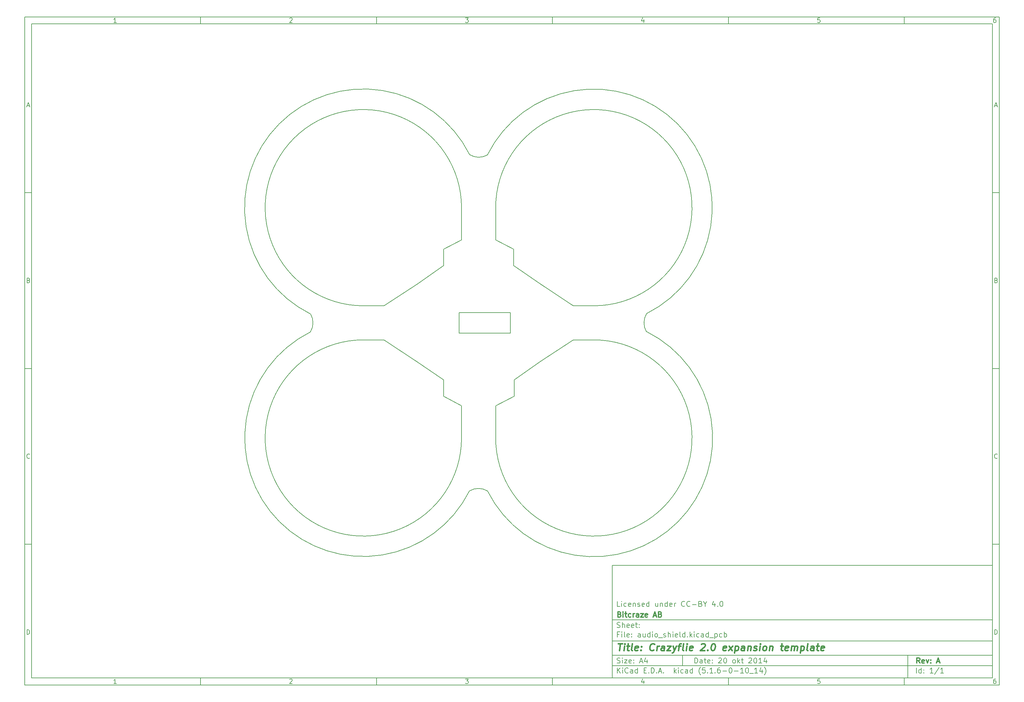
<source format=gm1>
%TF.GenerationSoftware,KiCad,Pcbnew,(5.1.6-0-10_14)*%
%TF.CreationDate,2020-07-21T12:28:25+02:00*%
%TF.ProjectId,audio_shield,61756469-6f5f-4736-9869-656c642e6b69,A*%
%TF.SameCoordinates,Original*%
%TF.FileFunction,Profile,NP*%
%FSLAX46Y46*%
G04 Gerber Fmt 4.6, Leading zero omitted, Abs format (unit mm)*
G04 Created by KiCad (PCBNEW (5.1.6-0-10_14)) date 2020-07-21 12:28:25*
%MOMM*%
%LPD*%
G01*
G04 APERTURE LIST*
%ADD10C,0.150000*%
%ADD11C,0.300000*%
%ADD12C,0.400000*%
%TA.AperFunction,Profile*%
%ADD13C,0.150000*%
%TD*%
G04 APERTURE END LIST*
D10*
X177002200Y-166007200D02*
X177002200Y-198007200D01*
X285002200Y-198007200D01*
X285002200Y-166007200D01*
X177002200Y-166007200D01*
X10000000Y-10000000D02*
X10000000Y-200007200D01*
X287002200Y-200007200D01*
X287002200Y-10000000D01*
X10000000Y-10000000D01*
X12000000Y-12000000D02*
X12000000Y-198007200D01*
X285002200Y-198007200D01*
X285002200Y-12000000D01*
X12000000Y-12000000D01*
X60000000Y-12000000D02*
X60000000Y-10000000D01*
X110000000Y-12000000D02*
X110000000Y-10000000D01*
X160000000Y-12000000D02*
X160000000Y-10000000D01*
X210000000Y-12000000D02*
X210000000Y-10000000D01*
X260000000Y-12000000D02*
X260000000Y-10000000D01*
X36065476Y-11588095D02*
X35322619Y-11588095D01*
X35694047Y-11588095D02*
X35694047Y-10288095D01*
X35570238Y-10473809D01*
X35446428Y-10597619D01*
X35322619Y-10659523D01*
X85322619Y-10411904D02*
X85384523Y-10350000D01*
X85508333Y-10288095D01*
X85817857Y-10288095D01*
X85941666Y-10350000D01*
X86003571Y-10411904D01*
X86065476Y-10535714D01*
X86065476Y-10659523D01*
X86003571Y-10845238D01*
X85260714Y-11588095D01*
X86065476Y-11588095D01*
X135260714Y-10288095D02*
X136065476Y-10288095D01*
X135632142Y-10783333D01*
X135817857Y-10783333D01*
X135941666Y-10845238D01*
X136003571Y-10907142D01*
X136065476Y-11030952D01*
X136065476Y-11340476D01*
X136003571Y-11464285D01*
X135941666Y-11526190D01*
X135817857Y-11588095D01*
X135446428Y-11588095D01*
X135322619Y-11526190D01*
X135260714Y-11464285D01*
X185941666Y-10721428D02*
X185941666Y-11588095D01*
X185632142Y-10226190D02*
X185322619Y-11154761D01*
X186127380Y-11154761D01*
X236003571Y-10288095D02*
X235384523Y-10288095D01*
X235322619Y-10907142D01*
X235384523Y-10845238D01*
X235508333Y-10783333D01*
X235817857Y-10783333D01*
X235941666Y-10845238D01*
X236003571Y-10907142D01*
X236065476Y-11030952D01*
X236065476Y-11340476D01*
X236003571Y-11464285D01*
X235941666Y-11526190D01*
X235817857Y-11588095D01*
X235508333Y-11588095D01*
X235384523Y-11526190D01*
X235322619Y-11464285D01*
X285941666Y-10288095D02*
X285694047Y-10288095D01*
X285570238Y-10350000D01*
X285508333Y-10411904D01*
X285384523Y-10597619D01*
X285322619Y-10845238D01*
X285322619Y-11340476D01*
X285384523Y-11464285D01*
X285446428Y-11526190D01*
X285570238Y-11588095D01*
X285817857Y-11588095D01*
X285941666Y-11526190D01*
X286003571Y-11464285D01*
X286065476Y-11340476D01*
X286065476Y-11030952D01*
X286003571Y-10907142D01*
X285941666Y-10845238D01*
X285817857Y-10783333D01*
X285570238Y-10783333D01*
X285446428Y-10845238D01*
X285384523Y-10907142D01*
X285322619Y-11030952D01*
X60000000Y-198007200D02*
X60000000Y-200007200D01*
X110000000Y-198007200D02*
X110000000Y-200007200D01*
X160000000Y-198007200D02*
X160000000Y-200007200D01*
X210000000Y-198007200D02*
X210000000Y-200007200D01*
X260000000Y-198007200D02*
X260000000Y-200007200D01*
X36065476Y-199595295D02*
X35322619Y-199595295D01*
X35694047Y-199595295D02*
X35694047Y-198295295D01*
X35570238Y-198481009D01*
X35446428Y-198604819D01*
X35322619Y-198666723D01*
X85322619Y-198419104D02*
X85384523Y-198357200D01*
X85508333Y-198295295D01*
X85817857Y-198295295D01*
X85941666Y-198357200D01*
X86003571Y-198419104D01*
X86065476Y-198542914D01*
X86065476Y-198666723D01*
X86003571Y-198852438D01*
X85260714Y-199595295D01*
X86065476Y-199595295D01*
X135260714Y-198295295D02*
X136065476Y-198295295D01*
X135632142Y-198790533D01*
X135817857Y-198790533D01*
X135941666Y-198852438D01*
X136003571Y-198914342D01*
X136065476Y-199038152D01*
X136065476Y-199347676D01*
X136003571Y-199471485D01*
X135941666Y-199533390D01*
X135817857Y-199595295D01*
X135446428Y-199595295D01*
X135322619Y-199533390D01*
X135260714Y-199471485D01*
X185941666Y-198728628D02*
X185941666Y-199595295D01*
X185632142Y-198233390D02*
X185322619Y-199161961D01*
X186127380Y-199161961D01*
X236003571Y-198295295D02*
X235384523Y-198295295D01*
X235322619Y-198914342D01*
X235384523Y-198852438D01*
X235508333Y-198790533D01*
X235817857Y-198790533D01*
X235941666Y-198852438D01*
X236003571Y-198914342D01*
X236065476Y-199038152D01*
X236065476Y-199347676D01*
X236003571Y-199471485D01*
X235941666Y-199533390D01*
X235817857Y-199595295D01*
X235508333Y-199595295D01*
X235384523Y-199533390D01*
X235322619Y-199471485D01*
X285941666Y-198295295D02*
X285694047Y-198295295D01*
X285570238Y-198357200D01*
X285508333Y-198419104D01*
X285384523Y-198604819D01*
X285322619Y-198852438D01*
X285322619Y-199347676D01*
X285384523Y-199471485D01*
X285446428Y-199533390D01*
X285570238Y-199595295D01*
X285817857Y-199595295D01*
X285941666Y-199533390D01*
X286003571Y-199471485D01*
X286065476Y-199347676D01*
X286065476Y-199038152D01*
X286003571Y-198914342D01*
X285941666Y-198852438D01*
X285817857Y-198790533D01*
X285570238Y-198790533D01*
X285446428Y-198852438D01*
X285384523Y-198914342D01*
X285322619Y-199038152D01*
X10000000Y-60000000D02*
X12000000Y-60000000D01*
X10000000Y-110000000D02*
X12000000Y-110000000D01*
X10000000Y-160000000D02*
X12000000Y-160000000D01*
X10690476Y-35216666D02*
X11309523Y-35216666D01*
X10566666Y-35588095D02*
X11000000Y-34288095D01*
X11433333Y-35588095D01*
X11092857Y-84907142D02*
X11278571Y-84969047D01*
X11340476Y-85030952D01*
X11402380Y-85154761D01*
X11402380Y-85340476D01*
X11340476Y-85464285D01*
X11278571Y-85526190D01*
X11154761Y-85588095D01*
X10659523Y-85588095D01*
X10659523Y-84288095D01*
X11092857Y-84288095D01*
X11216666Y-84350000D01*
X11278571Y-84411904D01*
X11340476Y-84535714D01*
X11340476Y-84659523D01*
X11278571Y-84783333D01*
X11216666Y-84845238D01*
X11092857Y-84907142D01*
X10659523Y-84907142D01*
X11402380Y-135464285D02*
X11340476Y-135526190D01*
X11154761Y-135588095D01*
X11030952Y-135588095D01*
X10845238Y-135526190D01*
X10721428Y-135402380D01*
X10659523Y-135278571D01*
X10597619Y-135030952D01*
X10597619Y-134845238D01*
X10659523Y-134597619D01*
X10721428Y-134473809D01*
X10845238Y-134350000D01*
X11030952Y-134288095D01*
X11154761Y-134288095D01*
X11340476Y-134350000D01*
X11402380Y-134411904D01*
X10659523Y-185588095D02*
X10659523Y-184288095D01*
X10969047Y-184288095D01*
X11154761Y-184350000D01*
X11278571Y-184473809D01*
X11340476Y-184597619D01*
X11402380Y-184845238D01*
X11402380Y-185030952D01*
X11340476Y-185278571D01*
X11278571Y-185402380D01*
X11154761Y-185526190D01*
X10969047Y-185588095D01*
X10659523Y-185588095D01*
X287002200Y-60000000D02*
X285002200Y-60000000D01*
X287002200Y-110000000D02*
X285002200Y-110000000D01*
X287002200Y-160000000D02*
X285002200Y-160000000D01*
X285692676Y-35216666D02*
X286311723Y-35216666D01*
X285568866Y-35588095D02*
X286002200Y-34288095D01*
X286435533Y-35588095D01*
X286095057Y-84907142D02*
X286280771Y-84969047D01*
X286342676Y-85030952D01*
X286404580Y-85154761D01*
X286404580Y-85340476D01*
X286342676Y-85464285D01*
X286280771Y-85526190D01*
X286156961Y-85588095D01*
X285661723Y-85588095D01*
X285661723Y-84288095D01*
X286095057Y-84288095D01*
X286218866Y-84350000D01*
X286280771Y-84411904D01*
X286342676Y-84535714D01*
X286342676Y-84659523D01*
X286280771Y-84783333D01*
X286218866Y-84845238D01*
X286095057Y-84907142D01*
X285661723Y-84907142D01*
X286404580Y-135464285D02*
X286342676Y-135526190D01*
X286156961Y-135588095D01*
X286033152Y-135588095D01*
X285847438Y-135526190D01*
X285723628Y-135402380D01*
X285661723Y-135278571D01*
X285599819Y-135030952D01*
X285599819Y-134845238D01*
X285661723Y-134597619D01*
X285723628Y-134473809D01*
X285847438Y-134350000D01*
X286033152Y-134288095D01*
X286156961Y-134288095D01*
X286342676Y-134350000D01*
X286404580Y-134411904D01*
X285661723Y-185588095D02*
X285661723Y-184288095D01*
X285971247Y-184288095D01*
X286156961Y-184350000D01*
X286280771Y-184473809D01*
X286342676Y-184597619D01*
X286404580Y-184845238D01*
X286404580Y-185030952D01*
X286342676Y-185278571D01*
X286280771Y-185402380D01*
X286156961Y-185526190D01*
X285971247Y-185588095D01*
X285661723Y-185588095D01*
X200434342Y-193785771D02*
X200434342Y-192285771D01*
X200791485Y-192285771D01*
X201005771Y-192357200D01*
X201148628Y-192500057D01*
X201220057Y-192642914D01*
X201291485Y-192928628D01*
X201291485Y-193142914D01*
X201220057Y-193428628D01*
X201148628Y-193571485D01*
X201005771Y-193714342D01*
X200791485Y-193785771D01*
X200434342Y-193785771D01*
X202577200Y-193785771D02*
X202577200Y-193000057D01*
X202505771Y-192857200D01*
X202362914Y-192785771D01*
X202077200Y-192785771D01*
X201934342Y-192857200D01*
X202577200Y-193714342D02*
X202434342Y-193785771D01*
X202077200Y-193785771D01*
X201934342Y-193714342D01*
X201862914Y-193571485D01*
X201862914Y-193428628D01*
X201934342Y-193285771D01*
X202077200Y-193214342D01*
X202434342Y-193214342D01*
X202577200Y-193142914D01*
X203077200Y-192785771D02*
X203648628Y-192785771D01*
X203291485Y-192285771D02*
X203291485Y-193571485D01*
X203362914Y-193714342D01*
X203505771Y-193785771D01*
X203648628Y-193785771D01*
X204720057Y-193714342D02*
X204577200Y-193785771D01*
X204291485Y-193785771D01*
X204148628Y-193714342D01*
X204077200Y-193571485D01*
X204077200Y-193000057D01*
X204148628Y-192857200D01*
X204291485Y-192785771D01*
X204577200Y-192785771D01*
X204720057Y-192857200D01*
X204791485Y-193000057D01*
X204791485Y-193142914D01*
X204077200Y-193285771D01*
X205434342Y-193642914D02*
X205505771Y-193714342D01*
X205434342Y-193785771D01*
X205362914Y-193714342D01*
X205434342Y-193642914D01*
X205434342Y-193785771D01*
X205434342Y-192857200D02*
X205505771Y-192928628D01*
X205434342Y-193000057D01*
X205362914Y-192928628D01*
X205434342Y-192857200D01*
X205434342Y-193000057D01*
X207220057Y-192428628D02*
X207291485Y-192357200D01*
X207434342Y-192285771D01*
X207791485Y-192285771D01*
X207934342Y-192357200D01*
X208005771Y-192428628D01*
X208077200Y-192571485D01*
X208077200Y-192714342D01*
X208005771Y-192928628D01*
X207148628Y-193785771D01*
X208077200Y-193785771D01*
X209005771Y-192285771D02*
X209148628Y-192285771D01*
X209291485Y-192357200D01*
X209362914Y-192428628D01*
X209434342Y-192571485D01*
X209505771Y-192857200D01*
X209505771Y-193214342D01*
X209434342Y-193500057D01*
X209362914Y-193642914D01*
X209291485Y-193714342D01*
X209148628Y-193785771D01*
X209005771Y-193785771D01*
X208862914Y-193714342D01*
X208791485Y-193642914D01*
X208720057Y-193500057D01*
X208648628Y-193214342D01*
X208648628Y-192857200D01*
X208720057Y-192571485D01*
X208791485Y-192428628D01*
X208862914Y-192357200D01*
X209005771Y-192285771D01*
X211505771Y-193785771D02*
X211362914Y-193714342D01*
X211291485Y-193642914D01*
X211220057Y-193500057D01*
X211220057Y-193071485D01*
X211291485Y-192928628D01*
X211362914Y-192857200D01*
X211505771Y-192785771D01*
X211720057Y-192785771D01*
X211862914Y-192857200D01*
X211934342Y-192928628D01*
X212005771Y-193071485D01*
X212005771Y-193500057D01*
X211934342Y-193642914D01*
X211862914Y-193714342D01*
X211720057Y-193785771D01*
X211505771Y-193785771D01*
X212648628Y-193785771D02*
X212648628Y-192285771D01*
X212791485Y-193214342D02*
X213220057Y-193785771D01*
X213220057Y-192785771D02*
X212648628Y-193357200D01*
X213648628Y-192785771D02*
X214220057Y-192785771D01*
X213862914Y-192285771D02*
X213862914Y-193571485D01*
X213934342Y-193714342D01*
X214077200Y-193785771D01*
X214220057Y-193785771D01*
X215791485Y-192428628D02*
X215862914Y-192357200D01*
X216005771Y-192285771D01*
X216362914Y-192285771D01*
X216505771Y-192357200D01*
X216577200Y-192428628D01*
X216648628Y-192571485D01*
X216648628Y-192714342D01*
X216577200Y-192928628D01*
X215720057Y-193785771D01*
X216648628Y-193785771D01*
X217577200Y-192285771D02*
X217720057Y-192285771D01*
X217862914Y-192357200D01*
X217934342Y-192428628D01*
X218005771Y-192571485D01*
X218077200Y-192857200D01*
X218077200Y-193214342D01*
X218005771Y-193500057D01*
X217934342Y-193642914D01*
X217862914Y-193714342D01*
X217720057Y-193785771D01*
X217577200Y-193785771D01*
X217434342Y-193714342D01*
X217362914Y-193642914D01*
X217291485Y-193500057D01*
X217220057Y-193214342D01*
X217220057Y-192857200D01*
X217291485Y-192571485D01*
X217362914Y-192428628D01*
X217434342Y-192357200D01*
X217577200Y-192285771D01*
X219505771Y-193785771D02*
X218648628Y-193785771D01*
X219077200Y-193785771D02*
X219077200Y-192285771D01*
X218934342Y-192500057D01*
X218791485Y-192642914D01*
X218648628Y-192714342D01*
X220791485Y-192785771D02*
X220791485Y-193785771D01*
X220434342Y-192214342D02*
X220077200Y-193285771D01*
X221005771Y-193285771D01*
X177002200Y-194507200D02*
X285002200Y-194507200D01*
X178434342Y-196585771D02*
X178434342Y-195085771D01*
X179291485Y-196585771D02*
X178648628Y-195728628D01*
X179291485Y-195085771D02*
X178434342Y-195942914D01*
X179934342Y-196585771D02*
X179934342Y-195585771D01*
X179934342Y-195085771D02*
X179862914Y-195157200D01*
X179934342Y-195228628D01*
X180005771Y-195157200D01*
X179934342Y-195085771D01*
X179934342Y-195228628D01*
X181505771Y-196442914D02*
X181434342Y-196514342D01*
X181220057Y-196585771D01*
X181077200Y-196585771D01*
X180862914Y-196514342D01*
X180720057Y-196371485D01*
X180648628Y-196228628D01*
X180577200Y-195942914D01*
X180577200Y-195728628D01*
X180648628Y-195442914D01*
X180720057Y-195300057D01*
X180862914Y-195157200D01*
X181077200Y-195085771D01*
X181220057Y-195085771D01*
X181434342Y-195157200D01*
X181505771Y-195228628D01*
X182791485Y-196585771D02*
X182791485Y-195800057D01*
X182720057Y-195657200D01*
X182577200Y-195585771D01*
X182291485Y-195585771D01*
X182148628Y-195657200D01*
X182791485Y-196514342D02*
X182648628Y-196585771D01*
X182291485Y-196585771D01*
X182148628Y-196514342D01*
X182077200Y-196371485D01*
X182077200Y-196228628D01*
X182148628Y-196085771D01*
X182291485Y-196014342D01*
X182648628Y-196014342D01*
X182791485Y-195942914D01*
X184148628Y-196585771D02*
X184148628Y-195085771D01*
X184148628Y-196514342D02*
X184005771Y-196585771D01*
X183720057Y-196585771D01*
X183577200Y-196514342D01*
X183505771Y-196442914D01*
X183434342Y-196300057D01*
X183434342Y-195871485D01*
X183505771Y-195728628D01*
X183577200Y-195657200D01*
X183720057Y-195585771D01*
X184005771Y-195585771D01*
X184148628Y-195657200D01*
X186005771Y-195800057D02*
X186505771Y-195800057D01*
X186720057Y-196585771D02*
X186005771Y-196585771D01*
X186005771Y-195085771D01*
X186720057Y-195085771D01*
X187362914Y-196442914D02*
X187434342Y-196514342D01*
X187362914Y-196585771D01*
X187291485Y-196514342D01*
X187362914Y-196442914D01*
X187362914Y-196585771D01*
X188077200Y-196585771D02*
X188077200Y-195085771D01*
X188434342Y-195085771D01*
X188648628Y-195157200D01*
X188791485Y-195300057D01*
X188862914Y-195442914D01*
X188934342Y-195728628D01*
X188934342Y-195942914D01*
X188862914Y-196228628D01*
X188791485Y-196371485D01*
X188648628Y-196514342D01*
X188434342Y-196585771D01*
X188077200Y-196585771D01*
X189577200Y-196442914D02*
X189648628Y-196514342D01*
X189577200Y-196585771D01*
X189505771Y-196514342D01*
X189577200Y-196442914D01*
X189577200Y-196585771D01*
X190220057Y-196157200D02*
X190934342Y-196157200D01*
X190077200Y-196585771D02*
X190577200Y-195085771D01*
X191077200Y-196585771D01*
X191577200Y-196442914D02*
X191648628Y-196514342D01*
X191577200Y-196585771D01*
X191505771Y-196514342D01*
X191577200Y-196442914D01*
X191577200Y-196585771D01*
X194577200Y-196585771D02*
X194577200Y-195085771D01*
X194720057Y-196014342D02*
X195148628Y-196585771D01*
X195148628Y-195585771D02*
X194577200Y-196157200D01*
X195791485Y-196585771D02*
X195791485Y-195585771D01*
X195791485Y-195085771D02*
X195720057Y-195157200D01*
X195791485Y-195228628D01*
X195862914Y-195157200D01*
X195791485Y-195085771D01*
X195791485Y-195228628D01*
X197148628Y-196514342D02*
X197005771Y-196585771D01*
X196720057Y-196585771D01*
X196577200Y-196514342D01*
X196505771Y-196442914D01*
X196434342Y-196300057D01*
X196434342Y-195871485D01*
X196505771Y-195728628D01*
X196577200Y-195657200D01*
X196720057Y-195585771D01*
X197005771Y-195585771D01*
X197148628Y-195657200D01*
X198434342Y-196585771D02*
X198434342Y-195800057D01*
X198362914Y-195657200D01*
X198220057Y-195585771D01*
X197934342Y-195585771D01*
X197791485Y-195657200D01*
X198434342Y-196514342D02*
X198291485Y-196585771D01*
X197934342Y-196585771D01*
X197791485Y-196514342D01*
X197720057Y-196371485D01*
X197720057Y-196228628D01*
X197791485Y-196085771D01*
X197934342Y-196014342D01*
X198291485Y-196014342D01*
X198434342Y-195942914D01*
X199791485Y-196585771D02*
X199791485Y-195085771D01*
X199791485Y-196514342D02*
X199648628Y-196585771D01*
X199362914Y-196585771D01*
X199220057Y-196514342D01*
X199148628Y-196442914D01*
X199077200Y-196300057D01*
X199077200Y-195871485D01*
X199148628Y-195728628D01*
X199220057Y-195657200D01*
X199362914Y-195585771D01*
X199648628Y-195585771D01*
X199791485Y-195657200D01*
X202077200Y-197157200D02*
X202005771Y-197085771D01*
X201862914Y-196871485D01*
X201791485Y-196728628D01*
X201720057Y-196514342D01*
X201648628Y-196157200D01*
X201648628Y-195871485D01*
X201720057Y-195514342D01*
X201791485Y-195300057D01*
X201862914Y-195157200D01*
X202005771Y-194942914D01*
X202077200Y-194871485D01*
X203362914Y-195085771D02*
X202648628Y-195085771D01*
X202577200Y-195800057D01*
X202648628Y-195728628D01*
X202791485Y-195657200D01*
X203148628Y-195657200D01*
X203291485Y-195728628D01*
X203362914Y-195800057D01*
X203434342Y-195942914D01*
X203434342Y-196300057D01*
X203362914Y-196442914D01*
X203291485Y-196514342D01*
X203148628Y-196585771D01*
X202791485Y-196585771D01*
X202648628Y-196514342D01*
X202577200Y-196442914D01*
X204077200Y-196442914D02*
X204148628Y-196514342D01*
X204077200Y-196585771D01*
X204005771Y-196514342D01*
X204077200Y-196442914D01*
X204077200Y-196585771D01*
X205577200Y-196585771D02*
X204720057Y-196585771D01*
X205148628Y-196585771D02*
X205148628Y-195085771D01*
X205005771Y-195300057D01*
X204862914Y-195442914D01*
X204720057Y-195514342D01*
X206220057Y-196442914D02*
X206291485Y-196514342D01*
X206220057Y-196585771D01*
X206148628Y-196514342D01*
X206220057Y-196442914D01*
X206220057Y-196585771D01*
X207577200Y-195085771D02*
X207291485Y-195085771D01*
X207148628Y-195157200D01*
X207077200Y-195228628D01*
X206934342Y-195442914D01*
X206862914Y-195728628D01*
X206862914Y-196300057D01*
X206934342Y-196442914D01*
X207005771Y-196514342D01*
X207148628Y-196585771D01*
X207434342Y-196585771D01*
X207577200Y-196514342D01*
X207648628Y-196442914D01*
X207720057Y-196300057D01*
X207720057Y-195942914D01*
X207648628Y-195800057D01*
X207577200Y-195728628D01*
X207434342Y-195657200D01*
X207148628Y-195657200D01*
X207005771Y-195728628D01*
X206934342Y-195800057D01*
X206862914Y-195942914D01*
X208362914Y-196014342D02*
X209505771Y-196014342D01*
X210505771Y-195085771D02*
X210648628Y-195085771D01*
X210791485Y-195157200D01*
X210862914Y-195228628D01*
X210934342Y-195371485D01*
X211005771Y-195657200D01*
X211005771Y-196014342D01*
X210934342Y-196300057D01*
X210862914Y-196442914D01*
X210791485Y-196514342D01*
X210648628Y-196585771D01*
X210505771Y-196585771D01*
X210362914Y-196514342D01*
X210291485Y-196442914D01*
X210220057Y-196300057D01*
X210148628Y-196014342D01*
X210148628Y-195657200D01*
X210220057Y-195371485D01*
X210291485Y-195228628D01*
X210362914Y-195157200D01*
X210505771Y-195085771D01*
X211648628Y-196014342D02*
X212791485Y-196014342D01*
X214291485Y-196585771D02*
X213434342Y-196585771D01*
X213862914Y-196585771D02*
X213862914Y-195085771D01*
X213720057Y-195300057D01*
X213577200Y-195442914D01*
X213434342Y-195514342D01*
X215220057Y-195085771D02*
X215362914Y-195085771D01*
X215505771Y-195157200D01*
X215577200Y-195228628D01*
X215648628Y-195371485D01*
X215720057Y-195657200D01*
X215720057Y-196014342D01*
X215648628Y-196300057D01*
X215577200Y-196442914D01*
X215505771Y-196514342D01*
X215362914Y-196585771D01*
X215220057Y-196585771D01*
X215077200Y-196514342D01*
X215005771Y-196442914D01*
X214934342Y-196300057D01*
X214862914Y-196014342D01*
X214862914Y-195657200D01*
X214934342Y-195371485D01*
X215005771Y-195228628D01*
X215077200Y-195157200D01*
X215220057Y-195085771D01*
X216005771Y-196728628D02*
X217148628Y-196728628D01*
X218291485Y-196585771D02*
X217434342Y-196585771D01*
X217862914Y-196585771D02*
X217862914Y-195085771D01*
X217720057Y-195300057D01*
X217577200Y-195442914D01*
X217434342Y-195514342D01*
X219577200Y-195585771D02*
X219577200Y-196585771D01*
X219220057Y-195014342D02*
X218862914Y-196085771D01*
X219791485Y-196085771D01*
X220220057Y-197157200D02*
X220291485Y-197085771D01*
X220434342Y-196871485D01*
X220505771Y-196728628D01*
X220577200Y-196514342D01*
X220648628Y-196157200D01*
X220648628Y-195871485D01*
X220577200Y-195514342D01*
X220505771Y-195300057D01*
X220434342Y-195157200D01*
X220291485Y-194942914D01*
X220220057Y-194871485D01*
X177002200Y-191507200D02*
X285002200Y-191507200D01*
D11*
X264411485Y-193785771D02*
X263911485Y-193071485D01*
X263554342Y-193785771D02*
X263554342Y-192285771D01*
X264125771Y-192285771D01*
X264268628Y-192357200D01*
X264340057Y-192428628D01*
X264411485Y-192571485D01*
X264411485Y-192785771D01*
X264340057Y-192928628D01*
X264268628Y-193000057D01*
X264125771Y-193071485D01*
X263554342Y-193071485D01*
X265625771Y-193714342D02*
X265482914Y-193785771D01*
X265197200Y-193785771D01*
X265054342Y-193714342D01*
X264982914Y-193571485D01*
X264982914Y-193000057D01*
X265054342Y-192857200D01*
X265197200Y-192785771D01*
X265482914Y-192785771D01*
X265625771Y-192857200D01*
X265697200Y-193000057D01*
X265697200Y-193142914D01*
X264982914Y-193285771D01*
X266197200Y-192785771D02*
X266554342Y-193785771D01*
X266911485Y-192785771D01*
X267482914Y-193642914D02*
X267554342Y-193714342D01*
X267482914Y-193785771D01*
X267411485Y-193714342D01*
X267482914Y-193642914D01*
X267482914Y-193785771D01*
X267482914Y-192857200D02*
X267554342Y-192928628D01*
X267482914Y-193000057D01*
X267411485Y-192928628D01*
X267482914Y-192857200D01*
X267482914Y-193000057D01*
X269268628Y-193357200D02*
X269982914Y-193357200D01*
X269125771Y-193785771D02*
X269625771Y-192285771D01*
X270125771Y-193785771D01*
D10*
X178362914Y-193714342D02*
X178577200Y-193785771D01*
X178934342Y-193785771D01*
X179077200Y-193714342D01*
X179148628Y-193642914D01*
X179220057Y-193500057D01*
X179220057Y-193357200D01*
X179148628Y-193214342D01*
X179077200Y-193142914D01*
X178934342Y-193071485D01*
X178648628Y-193000057D01*
X178505771Y-192928628D01*
X178434342Y-192857200D01*
X178362914Y-192714342D01*
X178362914Y-192571485D01*
X178434342Y-192428628D01*
X178505771Y-192357200D01*
X178648628Y-192285771D01*
X179005771Y-192285771D01*
X179220057Y-192357200D01*
X179862914Y-193785771D02*
X179862914Y-192785771D01*
X179862914Y-192285771D02*
X179791485Y-192357200D01*
X179862914Y-192428628D01*
X179934342Y-192357200D01*
X179862914Y-192285771D01*
X179862914Y-192428628D01*
X180434342Y-192785771D02*
X181220057Y-192785771D01*
X180434342Y-193785771D01*
X181220057Y-193785771D01*
X182362914Y-193714342D02*
X182220057Y-193785771D01*
X181934342Y-193785771D01*
X181791485Y-193714342D01*
X181720057Y-193571485D01*
X181720057Y-193000057D01*
X181791485Y-192857200D01*
X181934342Y-192785771D01*
X182220057Y-192785771D01*
X182362914Y-192857200D01*
X182434342Y-193000057D01*
X182434342Y-193142914D01*
X181720057Y-193285771D01*
X183077200Y-193642914D02*
X183148628Y-193714342D01*
X183077200Y-193785771D01*
X183005771Y-193714342D01*
X183077200Y-193642914D01*
X183077200Y-193785771D01*
X183077200Y-192857200D02*
X183148628Y-192928628D01*
X183077200Y-193000057D01*
X183005771Y-192928628D01*
X183077200Y-192857200D01*
X183077200Y-193000057D01*
X184862914Y-193357200D02*
X185577200Y-193357200D01*
X184720057Y-193785771D02*
X185220057Y-192285771D01*
X185720057Y-193785771D01*
X186862914Y-192785771D02*
X186862914Y-193785771D01*
X186505771Y-192214342D02*
X186148628Y-193285771D01*
X187077200Y-193285771D01*
X263434342Y-196585771D02*
X263434342Y-195085771D01*
X264791485Y-196585771D02*
X264791485Y-195085771D01*
X264791485Y-196514342D02*
X264648628Y-196585771D01*
X264362914Y-196585771D01*
X264220057Y-196514342D01*
X264148628Y-196442914D01*
X264077200Y-196300057D01*
X264077200Y-195871485D01*
X264148628Y-195728628D01*
X264220057Y-195657200D01*
X264362914Y-195585771D01*
X264648628Y-195585771D01*
X264791485Y-195657200D01*
X265505771Y-196442914D02*
X265577200Y-196514342D01*
X265505771Y-196585771D01*
X265434342Y-196514342D01*
X265505771Y-196442914D01*
X265505771Y-196585771D01*
X265505771Y-195657200D02*
X265577200Y-195728628D01*
X265505771Y-195800057D01*
X265434342Y-195728628D01*
X265505771Y-195657200D01*
X265505771Y-195800057D01*
X268148628Y-196585771D02*
X267291485Y-196585771D01*
X267720057Y-196585771D02*
X267720057Y-195085771D01*
X267577200Y-195300057D01*
X267434342Y-195442914D01*
X267291485Y-195514342D01*
X269862914Y-195014342D02*
X268577200Y-196942914D01*
X271148628Y-196585771D02*
X270291485Y-196585771D01*
X270720057Y-196585771D02*
X270720057Y-195085771D01*
X270577200Y-195300057D01*
X270434342Y-195442914D01*
X270291485Y-195514342D01*
X177002200Y-187507200D02*
X285002200Y-187507200D01*
D12*
X178714580Y-188211961D02*
X179857438Y-188211961D01*
X179036009Y-190211961D02*
X179286009Y-188211961D01*
X180274104Y-190211961D02*
X180440771Y-188878628D01*
X180524104Y-188211961D02*
X180416961Y-188307200D01*
X180500295Y-188402438D01*
X180607438Y-188307200D01*
X180524104Y-188211961D01*
X180500295Y-188402438D01*
X181107438Y-188878628D02*
X181869342Y-188878628D01*
X181476485Y-188211961D02*
X181262200Y-189926247D01*
X181333628Y-190116723D01*
X181512200Y-190211961D01*
X181702676Y-190211961D01*
X182655057Y-190211961D02*
X182476485Y-190116723D01*
X182405057Y-189926247D01*
X182619342Y-188211961D01*
X184190771Y-190116723D02*
X183988390Y-190211961D01*
X183607438Y-190211961D01*
X183428866Y-190116723D01*
X183357438Y-189926247D01*
X183452676Y-189164342D01*
X183571723Y-188973866D01*
X183774104Y-188878628D01*
X184155057Y-188878628D01*
X184333628Y-188973866D01*
X184405057Y-189164342D01*
X184381247Y-189354819D01*
X183405057Y-189545295D01*
X185155057Y-190021485D02*
X185238390Y-190116723D01*
X185131247Y-190211961D01*
X185047914Y-190116723D01*
X185155057Y-190021485D01*
X185131247Y-190211961D01*
X185286009Y-188973866D02*
X185369342Y-189069104D01*
X185262200Y-189164342D01*
X185178866Y-189069104D01*
X185286009Y-188973866D01*
X185262200Y-189164342D01*
X188774104Y-190021485D02*
X188666961Y-190116723D01*
X188369342Y-190211961D01*
X188178866Y-190211961D01*
X187905057Y-190116723D01*
X187738390Y-189926247D01*
X187666961Y-189735771D01*
X187619342Y-189354819D01*
X187655057Y-189069104D01*
X187797914Y-188688152D01*
X187916961Y-188497676D01*
X188131247Y-188307200D01*
X188428866Y-188211961D01*
X188619342Y-188211961D01*
X188893152Y-188307200D01*
X188976485Y-188402438D01*
X189607438Y-190211961D02*
X189774104Y-188878628D01*
X189726485Y-189259580D02*
X189845533Y-189069104D01*
X189952676Y-188973866D01*
X190155057Y-188878628D01*
X190345533Y-188878628D01*
X191702676Y-190211961D02*
X191833628Y-189164342D01*
X191762200Y-188973866D01*
X191583628Y-188878628D01*
X191202676Y-188878628D01*
X191000295Y-188973866D01*
X191714580Y-190116723D02*
X191512200Y-190211961D01*
X191036009Y-190211961D01*
X190857438Y-190116723D01*
X190786009Y-189926247D01*
X190809819Y-189735771D01*
X190928866Y-189545295D01*
X191131247Y-189450057D01*
X191607438Y-189450057D01*
X191809819Y-189354819D01*
X192631247Y-188878628D02*
X193678866Y-188878628D01*
X192464580Y-190211961D01*
X193512200Y-190211961D01*
X194250295Y-188878628D02*
X194559819Y-190211961D01*
X195202676Y-188878628D02*
X194559819Y-190211961D01*
X194309819Y-190688152D01*
X194202676Y-190783390D01*
X194000295Y-190878628D01*
X195678866Y-188878628D02*
X196440771Y-188878628D01*
X195797914Y-190211961D02*
X196012200Y-188497676D01*
X196131247Y-188307200D01*
X196333628Y-188211961D01*
X196524104Y-188211961D01*
X197226485Y-190211961D02*
X197047914Y-190116723D01*
X196976485Y-189926247D01*
X197190771Y-188211961D01*
X197988390Y-190211961D02*
X198155057Y-188878628D01*
X198238390Y-188211961D02*
X198131247Y-188307200D01*
X198214580Y-188402438D01*
X198321723Y-188307200D01*
X198238390Y-188211961D01*
X198214580Y-188402438D01*
X199714580Y-190116723D02*
X199512200Y-190211961D01*
X199131247Y-190211961D01*
X198952676Y-190116723D01*
X198881247Y-189926247D01*
X198976485Y-189164342D01*
X199095533Y-188973866D01*
X199297914Y-188878628D01*
X199678866Y-188878628D01*
X199857438Y-188973866D01*
X199928866Y-189164342D01*
X199905057Y-189354819D01*
X198928866Y-189545295D01*
X202309819Y-188402438D02*
X202416961Y-188307200D01*
X202619342Y-188211961D01*
X203095533Y-188211961D01*
X203274104Y-188307200D01*
X203357438Y-188402438D01*
X203428866Y-188592914D01*
X203405057Y-188783390D01*
X203274104Y-189069104D01*
X201988390Y-190211961D01*
X203226485Y-190211961D01*
X204107438Y-190021485D02*
X204190771Y-190116723D01*
X204083628Y-190211961D01*
X204000295Y-190116723D01*
X204107438Y-190021485D01*
X204083628Y-190211961D01*
X205666961Y-188211961D02*
X205857438Y-188211961D01*
X206036009Y-188307200D01*
X206119342Y-188402438D01*
X206190771Y-188592914D01*
X206238390Y-188973866D01*
X206178866Y-189450057D01*
X206036009Y-189831009D01*
X205916961Y-190021485D01*
X205809819Y-190116723D01*
X205607438Y-190211961D01*
X205416961Y-190211961D01*
X205238390Y-190116723D01*
X205155057Y-190021485D01*
X205083628Y-189831009D01*
X205036009Y-189450057D01*
X205095533Y-188973866D01*
X205238390Y-188592914D01*
X205357438Y-188402438D01*
X205464580Y-188307200D01*
X205666961Y-188211961D01*
X209238390Y-190116723D02*
X209036009Y-190211961D01*
X208655057Y-190211961D01*
X208476485Y-190116723D01*
X208405057Y-189926247D01*
X208500295Y-189164342D01*
X208619342Y-188973866D01*
X208821723Y-188878628D01*
X209202676Y-188878628D01*
X209381247Y-188973866D01*
X209452676Y-189164342D01*
X209428866Y-189354819D01*
X208452676Y-189545295D01*
X209988390Y-190211961D02*
X211202676Y-188878628D01*
X210155057Y-188878628D02*
X211036009Y-190211961D01*
X211964580Y-188878628D02*
X211714580Y-190878628D01*
X211952676Y-188973866D02*
X212155057Y-188878628D01*
X212536009Y-188878628D01*
X212714580Y-188973866D01*
X212797914Y-189069104D01*
X212869342Y-189259580D01*
X212797914Y-189831009D01*
X212678866Y-190021485D01*
X212571723Y-190116723D01*
X212369342Y-190211961D01*
X211988390Y-190211961D01*
X211809819Y-190116723D01*
X214464580Y-190211961D02*
X214595533Y-189164342D01*
X214524104Y-188973866D01*
X214345533Y-188878628D01*
X213964580Y-188878628D01*
X213762200Y-188973866D01*
X214476485Y-190116723D02*
X214274104Y-190211961D01*
X213797914Y-190211961D01*
X213619342Y-190116723D01*
X213547914Y-189926247D01*
X213571723Y-189735771D01*
X213690771Y-189545295D01*
X213893152Y-189450057D01*
X214369342Y-189450057D01*
X214571723Y-189354819D01*
X215583628Y-188878628D02*
X215416961Y-190211961D01*
X215559819Y-189069104D02*
X215666961Y-188973866D01*
X215869342Y-188878628D01*
X216155057Y-188878628D01*
X216333628Y-188973866D01*
X216405057Y-189164342D01*
X216274104Y-190211961D01*
X217143152Y-190116723D02*
X217321723Y-190211961D01*
X217702676Y-190211961D01*
X217905057Y-190116723D01*
X218024104Y-189926247D01*
X218036009Y-189831009D01*
X217964580Y-189640533D01*
X217786009Y-189545295D01*
X217500295Y-189545295D01*
X217321723Y-189450057D01*
X217250295Y-189259580D01*
X217262199Y-189164342D01*
X217381247Y-188973866D01*
X217583628Y-188878628D01*
X217869342Y-188878628D01*
X218047914Y-188973866D01*
X218845533Y-190211961D02*
X219012199Y-188878628D01*
X219095533Y-188211961D02*
X218988390Y-188307200D01*
X219071723Y-188402438D01*
X219178866Y-188307200D01*
X219095533Y-188211961D01*
X219071723Y-188402438D01*
X220083628Y-190211961D02*
X219905057Y-190116723D01*
X219821723Y-190021485D01*
X219750295Y-189831009D01*
X219821723Y-189259580D01*
X219940771Y-189069104D01*
X220047914Y-188973866D01*
X220250295Y-188878628D01*
X220536009Y-188878628D01*
X220714580Y-188973866D01*
X220797914Y-189069104D01*
X220869342Y-189259580D01*
X220797914Y-189831009D01*
X220678866Y-190021485D01*
X220571723Y-190116723D01*
X220369342Y-190211961D01*
X220083628Y-190211961D01*
X221774104Y-188878628D02*
X221607438Y-190211961D01*
X221750295Y-189069104D02*
X221857438Y-188973866D01*
X222059819Y-188878628D01*
X222345533Y-188878628D01*
X222524104Y-188973866D01*
X222595533Y-189164342D01*
X222464580Y-190211961D01*
X224821723Y-188878628D02*
X225583628Y-188878628D01*
X225190771Y-188211961D02*
X224976485Y-189926247D01*
X225047914Y-190116723D01*
X225226485Y-190211961D01*
X225416961Y-190211961D01*
X226857438Y-190116723D02*
X226655057Y-190211961D01*
X226274104Y-190211961D01*
X226095533Y-190116723D01*
X226024104Y-189926247D01*
X226119342Y-189164342D01*
X226238390Y-188973866D01*
X226440771Y-188878628D01*
X226821723Y-188878628D01*
X227000295Y-188973866D01*
X227071723Y-189164342D01*
X227047914Y-189354819D01*
X226071723Y-189545295D01*
X227797914Y-190211961D02*
X227964580Y-188878628D01*
X227940771Y-189069104D02*
X228047914Y-188973866D01*
X228250295Y-188878628D01*
X228536009Y-188878628D01*
X228714580Y-188973866D01*
X228786009Y-189164342D01*
X228655057Y-190211961D01*
X228786009Y-189164342D02*
X228905057Y-188973866D01*
X229107438Y-188878628D01*
X229393152Y-188878628D01*
X229571723Y-188973866D01*
X229643152Y-189164342D01*
X229512199Y-190211961D01*
X230631247Y-188878628D02*
X230381247Y-190878628D01*
X230619342Y-188973866D02*
X230821723Y-188878628D01*
X231202676Y-188878628D01*
X231381247Y-188973866D01*
X231464580Y-189069104D01*
X231536009Y-189259580D01*
X231464580Y-189831009D01*
X231345533Y-190021485D01*
X231238390Y-190116723D01*
X231036009Y-190211961D01*
X230655057Y-190211961D01*
X230476485Y-190116723D01*
X232559819Y-190211961D02*
X232381247Y-190116723D01*
X232309819Y-189926247D01*
X232524104Y-188211961D01*
X234178866Y-190211961D02*
X234309819Y-189164342D01*
X234238390Y-188973866D01*
X234059819Y-188878628D01*
X233678866Y-188878628D01*
X233476485Y-188973866D01*
X234190771Y-190116723D02*
X233988390Y-190211961D01*
X233512199Y-190211961D01*
X233333628Y-190116723D01*
X233262199Y-189926247D01*
X233286009Y-189735771D01*
X233405057Y-189545295D01*
X233607438Y-189450057D01*
X234083628Y-189450057D01*
X234286009Y-189354819D01*
X235012199Y-188878628D02*
X235774104Y-188878628D01*
X235381247Y-188211961D02*
X235166961Y-189926247D01*
X235238390Y-190116723D01*
X235416961Y-190211961D01*
X235607438Y-190211961D01*
X237047914Y-190116723D02*
X236845533Y-190211961D01*
X236464580Y-190211961D01*
X236286009Y-190116723D01*
X236214580Y-189926247D01*
X236309819Y-189164342D01*
X236428866Y-188973866D01*
X236631247Y-188878628D01*
X237012199Y-188878628D01*
X237190771Y-188973866D01*
X237262199Y-189164342D01*
X237238390Y-189354819D01*
X236262199Y-189545295D01*
D10*
X178934342Y-185600057D02*
X178434342Y-185600057D01*
X178434342Y-186385771D02*
X178434342Y-184885771D01*
X179148628Y-184885771D01*
X179720057Y-186385771D02*
X179720057Y-185385771D01*
X179720057Y-184885771D02*
X179648628Y-184957200D01*
X179720057Y-185028628D01*
X179791485Y-184957200D01*
X179720057Y-184885771D01*
X179720057Y-185028628D01*
X180648628Y-186385771D02*
X180505771Y-186314342D01*
X180434342Y-186171485D01*
X180434342Y-184885771D01*
X181791485Y-186314342D02*
X181648628Y-186385771D01*
X181362914Y-186385771D01*
X181220057Y-186314342D01*
X181148628Y-186171485D01*
X181148628Y-185600057D01*
X181220057Y-185457200D01*
X181362914Y-185385771D01*
X181648628Y-185385771D01*
X181791485Y-185457200D01*
X181862914Y-185600057D01*
X181862914Y-185742914D01*
X181148628Y-185885771D01*
X182505771Y-186242914D02*
X182577200Y-186314342D01*
X182505771Y-186385771D01*
X182434342Y-186314342D01*
X182505771Y-186242914D01*
X182505771Y-186385771D01*
X182505771Y-185457200D02*
X182577200Y-185528628D01*
X182505771Y-185600057D01*
X182434342Y-185528628D01*
X182505771Y-185457200D01*
X182505771Y-185600057D01*
X185005771Y-186385771D02*
X185005771Y-185600057D01*
X184934342Y-185457200D01*
X184791485Y-185385771D01*
X184505771Y-185385771D01*
X184362914Y-185457200D01*
X185005771Y-186314342D02*
X184862914Y-186385771D01*
X184505771Y-186385771D01*
X184362914Y-186314342D01*
X184291485Y-186171485D01*
X184291485Y-186028628D01*
X184362914Y-185885771D01*
X184505771Y-185814342D01*
X184862914Y-185814342D01*
X185005771Y-185742914D01*
X186362914Y-185385771D02*
X186362914Y-186385771D01*
X185720057Y-185385771D02*
X185720057Y-186171485D01*
X185791485Y-186314342D01*
X185934342Y-186385771D01*
X186148628Y-186385771D01*
X186291485Y-186314342D01*
X186362914Y-186242914D01*
X187720057Y-186385771D02*
X187720057Y-184885771D01*
X187720057Y-186314342D02*
X187577200Y-186385771D01*
X187291485Y-186385771D01*
X187148628Y-186314342D01*
X187077200Y-186242914D01*
X187005771Y-186100057D01*
X187005771Y-185671485D01*
X187077200Y-185528628D01*
X187148628Y-185457200D01*
X187291485Y-185385771D01*
X187577200Y-185385771D01*
X187720057Y-185457200D01*
X188434342Y-186385771D02*
X188434342Y-185385771D01*
X188434342Y-184885771D02*
X188362914Y-184957200D01*
X188434342Y-185028628D01*
X188505771Y-184957200D01*
X188434342Y-184885771D01*
X188434342Y-185028628D01*
X189362914Y-186385771D02*
X189220057Y-186314342D01*
X189148628Y-186242914D01*
X189077200Y-186100057D01*
X189077200Y-185671485D01*
X189148628Y-185528628D01*
X189220057Y-185457200D01*
X189362914Y-185385771D01*
X189577200Y-185385771D01*
X189720057Y-185457200D01*
X189791485Y-185528628D01*
X189862914Y-185671485D01*
X189862914Y-186100057D01*
X189791485Y-186242914D01*
X189720057Y-186314342D01*
X189577200Y-186385771D01*
X189362914Y-186385771D01*
X190148628Y-186528628D02*
X191291485Y-186528628D01*
X191577200Y-186314342D02*
X191720057Y-186385771D01*
X192005771Y-186385771D01*
X192148628Y-186314342D01*
X192220057Y-186171485D01*
X192220057Y-186100057D01*
X192148628Y-185957200D01*
X192005771Y-185885771D01*
X191791485Y-185885771D01*
X191648628Y-185814342D01*
X191577200Y-185671485D01*
X191577200Y-185600057D01*
X191648628Y-185457200D01*
X191791485Y-185385771D01*
X192005771Y-185385771D01*
X192148628Y-185457200D01*
X192862914Y-186385771D02*
X192862914Y-184885771D01*
X193505771Y-186385771D02*
X193505771Y-185600057D01*
X193434342Y-185457200D01*
X193291485Y-185385771D01*
X193077200Y-185385771D01*
X192934342Y-185457200D01*
X192862914Y-185528628D01*
X194220057Y-186385771D02*
X194220057Y-185385771D01*
X194220057Y-184885771D02*
X194148628Y-184957200D01*
X194220057Y-185028628D01*
X194291485Y-184957200D01*
X194220057Y-184885771D01*
X194220057Y-185028628D01*
X195505771Y-186314342D02*
X195362914Y-186385771D01*
X195077200Y-186385771D01*
X194934342Y-186314342D01*
X194862914Y-186171485D01*
X194862914Y-185600057D01*
X194934342Y-185457200D01*
X195077200Y-185385771D01*
X195362914Y-185385771D01*
X195505771Y-185457200D01*
X195577200Y-185600057D01*
X195577200Y-185742914D01*
X194862914Y-185885771D01*
X196434342Y-186385771D02*
X196291485Y-186314342D01*
X196220057Y-186171485D01*
X196220057Y-184885771D01*
X197648628Y-186385771D02*
X197648628Y-184885771D01*
X197648628Y-186314342D02*
X197505771Y-186385771D01*
X197220057Y-186385771D01*
X197077200Y-186314342D01*
X197005771Y-186242914D01*
X196934342Y-186100057D01*
X196934342Y-185671485D01*
X197005771Y-185528628D01*
X197077200Y-185457200D01*
X197220057Y-185385771D01*
X197505771Y-185385771D01*
X197648628Y-185457200D01*
X198362914Y-186242914D02*
X198434342Y-186314342D01*
X198362914Y-186385771D01*
X198291485Y-186314342D01*
X198362914Y-186242914D01*
X198362914Y-186385771D01*
X199077200Y-186385771D02*
X199077200Y-184885771D01*
X199220057Y-185814342D02*
X199648628Y-186385771D01*
X199648628Y-185385771D02*
X199077200Y-185957200D01*
X200291485Y-186385771D02*
X200291485Y-185385771D01*
X200291485Y-184885771D02*
X200220057Y-184957200D01*
X200291485Y-185028628D01*
X200362914Y-184957200D01*
X200291485Y-184885771D01*
X200291485Y-185028628D01*
X201648628Y-186314342D02*
X201505771Y-186385771D01*
X201220057Y-186385771D01*
X201077200Y-186314342D01*
X201005771Y-186242914D01*
X200934342Y-186100057D01*
X200934342Y-185671485D01*
X201005771Y-185528628D01*
X201077200Y-185457200D01*
X201220057Y-185385771D01*
X201505771Y-185385771D01*
X201648628Y-185457200D01*
X202934342Y-186385771D02*
X202934342Y-185600057D01*
X202862914Y-185457200D01*
X202720057Y-185385771D01*
X202434342Y-185385771D01*
X202291485Y-185457200D01*
X202934342Y-186314342D02*
X202791485Y-186385771D01*
X202434342Y-186385771D01*
X202291485Y-186314342D01*
X202220057Y-186171485D01*
X202220057Y-186028628D01*
X202291485Y-185885771D01*
X202434342Y-185814342D01*
X202791485Y-185814342D01*
X202934342Y-185742914D01*
X204291485Y-186385771D02*
X204291485Y-184885771D01*
X204291485Y-186314342D02*
X204148628Y-186385771D01*
X203862914Y-186385771D01*
X203720057Y-186314342D01*
X203648628Y-186242914D01*
X203577200Y-186100057D01*
X203577200Y-185671485D01*
X203648628Y-185528628D01*
X203720057Y-185457200D01*
X203862914Y-185385771D01*
X204148628Y-185385771D01*
X204291485Y-185457200D01*
X204648628Y-186528628D02*
X205791485Y-186528628D01*
X206148628Y-185385771D02*
X206148628Y-186885771D01*
X206148628Y-185457200D02*
X206291485Y-185385771D01*
X206577200Y-185385771D01*
X206720057Y-185457200D01*
X206791485Y-185528628D01*
X206862914Y-185671485D01*
X206862914Y-186100057D01*
X206791485Y-186242914D01*
X206720057Y-186314342D01*
X206577200Y-186385771D01*
X206291485Y-186385771D01*
X206148628Y-186314342D01*
X208148628Y-186314342D02*
X208005771Y-186385771D01*
X207720057Y-186385771D01*
X207577200Y-186314342D01*
X207505771Y-186242914D01*
X207434342Y-186100057D01*
X207434342Y-185671485D01*
X207505771Y-185528628D01*
X207577200Y-185457200D01*
X207720057Y-185385771D01*
X208005771Y-185385771D01*
X208148628Y-185457200D01*
X208791485Y-186385771D02*
X208791485Y-184885771D01*
X208791485Y-185457200D02*
X208934342Y-185385771D01*
X209220057Y-185385771D01*
X209362914Y-185457200D01*
X209434342Y-185528628D01*
X209505771Y-185671485D01*
X209505771Y-186100057D01*
X209434342Y-186242914D01*
X209362914Y-186314342D01*
X209220057Y-186385771D01*
X208934342Y-186385771D01*
X208791485Y-186314342D01*
X177002200Y-181507200D02*
X285002200Y-181507200D01*
X178362914Y-183614342D02*
X178577200Y-183685771D01*
X178934342Y-183685771D01*
X179077200Y-183614342D01*
X179148628Y-183542914D01*
X179220057Y-183400057D01*
X179220057Y-183257200D01*
X179148628Y-183114342D01*
X179077200Y-183042914D01*
X178934342Y-182971485D01*
X178648628Y-182900057D01*
X178505771Y-182828628D01*
X178434342Y-182757200D01*
X178362914Y-182614342D01*
X178362914Y-182471485D01*
X178434342Y-182328628D01*
X178505771Y-182257200D01*
X178648628Y-182185771D01*
X179005771Y-182185771D01*
X179220057Y-182257200D01*
X179862914Y-183685771D02*
X179862914Y-182185771D01*
X180505771Y-183685771D02*
X180505771Y-182900057D01*
X180434342Y-182757200D01*
X180291485Y-182685771D01*
X180077200Y-182685771D01*
X179934342Y-182757200D01*
X179862914Y-182828628D01*
X181791485Y-183614342D02*
X181648628Y-183685771D01*
X181362914Y-183685771D01*
X181220057Y-183614342D01*
X181148628Y-183471485D01*
X181148628Y-182900057D01*
X181220057Y-182757200D01*
X181362914Y-182685771D01*
X181648628Y-182685771D01*
X181791485Y-182757200D01*
X181862914Y-182900057D01*
X181862914Y-183042914D01*
X181148628Y-183185771D01*
X183077200Y-183614342D02*
X182934342Y-183685771D01*
X182648628Y-183685771D01*
X182505771Y-183614342D01*
X182434342Y-183471485D01*
X182434342Y-182900057D01*
X182505771Y-182757200D01*
X182648628Y-182685771D01*
X182934342Y-182685771D01*
X183077200Y-182757200D01*
X183148628Y-182900057D01*
X183148628Y-183042914D01*
X182434342Y-183185771D01*
X183577200Y-182685771D02*
X184148628Y-182685771D01*
X183791485Y-182185771D02*
X183791485Y-183471485D01*
X183862914Y-183614342D01*
X184005771Y-183685771D01*
X184148628Y-183685771D01*
X184648628Y-183542914D02*
X184720057Y-183614342D01*
X184648628Y-183685771D01*
X184577200Y-183614342D01*
X184648628Y-183542914D01*
X184648628Y-183685771D01*
X184648628Y-182757200D02*
X184720057Y-182828628D01*
X184648628Y-182900057D01*
X184577200Y-182828628D01*
X184648628Y-182757200D01*
X184648628Y-182900057D01*
D11*
X179054342Y-179900057D02*
X179268628Y-179971485D01*
X179340057Y-180042914D01*
X179411485Y-180185771D01*
X179411485Y-180400057D01*
X179340057Y-180542914D01*
X179268628Y-180614342D01*
X179125771Y-180685771D01*
X178554342Y-180685771D01*
X178554342Y-179185771D01*
X179054342Y-179185771D01*
X179197200Y-179257200D01*
X179268628Y-179328628D01*
X179340057Y-179471485D01*
X179340057Y-179614342D01*
X179268628Y-179757200D01*
X179197200Y-179828628D01*
X179054342Y-179900057D01*
X178554342Y-179900057D01*
X180054342Y-180685771D02*
X180054342Y-179685771D01*
X180054342Y-179185771D02*
X179982914Y-179257200D01*
X180054342Y-179328628D01*
X180125771Y-179257200D01*
X180054342Y-179185771D01*
X180054342Y-179328628D01*
X180554342Y-179685771D02*
X181125771Y-179685771D01*
X180768628Y-179185771D02*
X180768628Y-180471485D01*
X180840057Y-180614342D01*
X180982914Y-180685771D01*
X181125771Y-180685771D01*
X182268628Y-180614342D02*
X182125771Y-180685771D01*
X181840057Y-180685771D01*
X181697200Y-180614342D01*
X181625771Y-180542914D01*
X181554342Y-180400057D01*
X181554342Y-179971485D01*
X181625771Y-179828628D01*
X181697200Y-179757200D01*
X181840057Y-179685771D01*
X182125771Y-179685771D01*
X182268628Y-179757200D01*
X182911485Y-180685771D02*
X182911485Y-179685771D01*
X182911485Y-179971485D02*
X182982914Y-179828628D01*
X183054342Y-179757200D01*
X183197200Y-179685771D01*
X183340057Y-179685771D01*
X184482914Y-180685771D02*
X184482914Y-179900057D01*
X184411485Y-179757200D01*
X184268628Y-179685771D01*
X183982914Y-179685771D01*
X183840057Y-179757200D01*
X184482914Y-180614342D02*
X184340057Y-180685771D01*
X183982914Y-180685771D01*
X183840057Y-180614342D01*
X183768628Y-180471485D01*
X183768628Y-180328628D01*
X183840057Y-180185771D01*
X183982914Y-180114342D01*
X184340057Y-180114342D01*
X184482914Y-180042914D01*
X185054342Y-179685771D02*
X185840057Y-179685771D01*
X185054342Y-180685771D01*
X185840057Y-180685771D01*
X186982914Y-180614342D02*
X186840057Y-180685771D01*
X186554342Y-180685771D01*
X186411485Y-180614342D01*
X186340057Y-180471485D01*
X186340057Y-179900057D01*
X186411485Y-179757200D01*
X186554342Y-179685771D01*
X186840057Y-179685771D01*
X186982914Y-179757200D01*
X187054342Y-179900057D01*
X187054342Y-180042914D01*
X186340057Y-180185771D01*
X188768628Y-180257200D02*
X189482914Y-180257200D01*
X188625771Y-180685771D02*
X189125771Y-179185771D01*
X189625771Y-180685771D01*
X190625771Y-179900057D02*
X190840057Y-179971485D01*
X190911485Y-180042914D01*
X190982914Y-180185771D01*
X190982914Y-180400057D01*
X190911485Y-180542914D01*
X190840057Y-180614342D01*
X190697200Y-180685771D01*
X190125771Y-180685771D01*
X190125771Y-179185771D01*
X190625771Y-179185771D01*
X190768628Y-179257200D01*
X190840057Y-179328628D01*
X190911485Y-179471485D01*
X190911485Y-179614342D01*
X190840057Y-179757200D01*
X190768628Y-179828628D01*
X190625771Y-179900057D01*
X190125771Y-179900057D01*
D10*
X179148628Y-177685771D02*
X178434342Y-177685771D01*
X178434342Y-176185771D01*
X179648628Y-177685771D02*
X179648628Y-176685771D01*
X179648628Y-176185771D02*
X179577200Y-176257200D01*
X179648628Y-176328628D01*
X179720057Y-176257200D01*
X179648628Y-176185771D01*
X179648628Y-176328628D01*
X181005771Y-177614342D02*
X180862914Y-177685771D01*
X180577200Y-177685771D01*
X180434342Y-177614342D01*
X180362914Y-177542914D01*
X180291485Y-177400057D01*
X180291485Y-176971485D01*
X180362914Y-176828628D01*
X180434342Y-176757200D01*
X180577200Y-176685771D01*
X180862914Y-176685771D01*
X181005771Y-176757200D01*
X182220057Y-177614342D02*
X182077200Y-177685771D01*
X181791485Y-177685771D01*
X181648628Y-177614342D01*
X181577200Y-177471485D01*
X181577200Y-176900057D01*
X181648628Y-176757200D01*
X181791485Y-176685771D01*
X182077200Y-176685771D01*
X182220057Y-176757200D01*
X182291485Y-176900057D01*
X182291485Y-177042914D01*
X181577200Y-177185771D01*
X182934342Y-176685771D02*
X182934342Y-177685771D01*
X182934342Y-176828628D02*
X183005771Y-176757200D01*
X183148628Y-176685771D01*
X183362914Y-176685771D01*
X183505771Y-176757200D01*
X183577200Y-176900057D01*
X183577200Y-177685771D01*
X184220057Y-177614342D02*
X184362914Y-177685771D01*
X184648628Y-177685771D01*
X184791485Y-177614342D01*
X184862914Y-177471485D01*
X184862914Y-177400057D01*
X184791485Y-177257200D01*
X184648628Y-177185771D01*
X184434342Y-177185771D01*
X184291485Y-177114342D01*
X184220057Y-176971485D01*
X184220057Y-176900057D01*
X184291485Y-176757200D01*
X184434342Y-176685771D01*
X184648628Y-176685771D01*
X184791485Y-176757200D01*
X186077200Y-177614342D02*
X185934342Y-177685771D01*
X185648628Y-177685771D01*
X185505771Y-177614342D01*
X185434342Y-177471485D01*
X185434342Y-176900057D01*
X185505771Y-176757200D01*
X185648628Y-176685771D01*
X185934342Y-176685771D01*
X186077200Y-176757200D01*
X186148628Y-176900057D01*
X186148628Y-177042914D01*
X185434342Y-177185771D01*
X187434342Y-177685771D02*
X187434342Y-176185771D01*
X187434342Y-177614342D02*
X187291485Y-177685771D01*
X187005771Y-177685771D01*
X186862914Y-177614342D01*
X186791485Y-177542914D01*
X186720057Y-177400057D01*
X186720057Y-176971485D01*
X186791485Y-176828628D01*
X186862914Y-176757200D01*
X187005771Y-176685771D01*
X187291485Y-176685771D01*
X187434342Y-176757200D01*
X189934342Y-176685771D02*
X189934342Y-177685771D01*
X189291485Y-176685771D02*
X189291485Y-177471485D01*
X189362914Y-177614342D01*
X189505771Y-177685771D01*
X189720057Y-177685771D01*
X189862914Y-177614342D01*
X189934342Y-177542914D01*
X190648628Y-176685771D02*
X190648628Y-177685771D01*
X190648628Y-176828628D02*
X190720057Y-176757200D01*
X190862914Y-176685771D01*
X191077200Y-176685771D01*
X191220057Y-176757200D01*
X191291485Y-176900057D01*
X191291485Y-177685771D01*
X192648628Y-177685771D02*
X192648628Y-176185771D01*
X192648628Y-177614342D02*
X192505771Y-177685771D01*
X192220057Y-177685771D01*
X192077200Y-177614342D01*
X192005771Y-177542914D01*
X191934342Y-177400057D01*
X191934342Y-176971485D01*
X192005771Y-176828628D01*
X192077200Y-176757200D01*
X192220057Y-176685771D01*
X192505771Y-176685771D01*
X192648628Y-176757200D01*
X193934342Y-177614342D02*
X193791485Y-177685771D01*
X193505771Y-177685771D01*
X193362914Y-177614342D01*
X193291485Y-177471485D01*
X193291485Y-176900057D01*
X193362914Y-176757200D01*
X193505771Y-176685771D01*
X193791485Y-176685771D01*
X193934342Y-176757200D01*
X194005771Y-176900057D01*
X194005771Y-177042914D01*
X193291485Y-177185771D01*
X194648628Y-177685771D02*
X194648628Y-176685771D01*
X194648628Y-176971485D02*
X194720057Y-176828628D01*
X194791485Y-176757200D01*
X194934342Y-176685771D01*
X195077200Y-176685771D01*
X197577200Y-177542914D02*
X197505771Y-177614342D01*
X197291485Y-177685771D01*
X197148628Y-177685771D01*
X196934342Y-177614342D01*
X196791485Y-177471485D01*
X196720057Y-177328628D01*
X196648628Y-177042914D01*
X196648628Y-176828628D01*
X196720057Y-176542914D01*
X196791485Y-176400057D01*
X196934342Y-176257200D01*
X197148628Y-176185771D01*
X197291485Y-176185771D01*
X197505771Y-176257200D01*
X197577200Y-176328628D01*
X199077200Y-177542914D02*
X199005771Y-177614342D01*
X198791485Y-177685771D01*
X198648628Y-177685771D01*
X198434342Y-177614342D01*
X198291485Y-177471485D01*
X198220057Y-177328628D01*
X198148628Y-177042914D01*
X198148628Y-176828628D01*
X198220057Y-176542914D01*
X198291485Y-176400057D01*
X198434342Y-176257200D01*
X198648628Y-176185771D01*
X198791485Y-176185771D01*
X199005771Y-176257200D01*
X199077200Y-176328628D01*
X199720057Y-177114342D02*
X200862914Y-177114342D01*
X202077200Y-176900057D02*
X202291485Y-176971485D01*
X202362914Y-177042914D01*
X202434342Y-177185771D01*
X202434342Y-177400057D01*
X202362914Y-177542914D01*
X202291485Y-177614342D01*
X202148628Y-177685771D01*
X201577200Y-177685771D01*
X201577200Y-176185771D01*
X202077200Y-176185771D01*
X202220057Y-176257200D01*
X202291485Y-176328628D01*
X202362914Y-176471485D01*
X202362914Y-176614342D01*
X202291485Y-176757200D01*
X202220057Y-176828628D01*
X202077200Y-176900057D01*
X201577200Y-176900057D01*
X203362914Y-176971485D02*
X203362914Y-177685771D01*
X202862914Y-176185771D02*
X203362914Y-176971485D01*
X203862914Y-176185771D01*
X206148628Y-176685771D02*
X206148628Y-177685771D01*
X205791485Y-176114342D02*
X205434342Y-177185771D01*
X206362914Y-177185771D01*
X206934342Y-177542914D02*
X207005771Y-177614342D01*
X206934342Y-177685771D01*
X206862914Y-177614342D01*
X206934342Y-177542914D01*
X206934342Y-177685771D01*
X207934342Y-176185771D02*
X208077200Y-176185771D01*
X208220057Y-176257200D01*
X208291485Y-176328628D01*
X208362914Y-176471485D01*
X208434342Y-176757200D01*
X208434342Y-177114342D01*
X208362914Y-177400057D01*
X208291485Y-177542914D01*
X208220057Y-177614342D01*
X208077200Y-177685771D01*
X207934342Y-177685771D01*
X207791485Y-177614342D01*
X207720057Y-177542914D01*
X207648628Y-177400057D01*
X207577200Y-177114342D01*
X207577200Y-176757200D01*
X207648628Y-176471485D01*
X207720057Y-176328628D01*
X207791485Y-176257200D01*
X207934342Y-176185771D01*
X197002200Y-191507200D02*
X197002200Y-194507200D01*
X261002200Y-191507200D02*
X261002200Y-198007200D01*
D13*
X141505904Y-49261139D02*
X141504064Y-49257921D01*
X186689019Y-99531763D02*
X186741737Y-99500803D01*
X136419636Y-144766378D02*
X136437712Y-144796023D01*
X141504064Y-49257921D02*
G75*
G02*
X186745983Y-94373649I30191919J-14965728D01*
G01*
X121401000Y-108000920D02*
X129101000Y-113251840D01*
X129101000Y-113251840D02*
X129101000Y-117900920D01*
X134151000Y-120600920D02*
X129101000Y-117900920D01*
X149151000Y-117900920D02*
X143851000Y-120600920D01*
X149151000Y-113251840D02*
X149151000Y-117900920D01*
X156601000Y-86000920D02*
X148951000Y-80750000D01*
X156601000Y-108000920D02*
X149151000Y-113251840D01*
X141505904Y-49261139D02*
G75*
G02*
X136455071Y-49173468I-2451753J4287671D01*
G01*
X136437712Y-144796023D02*
G75*
G02*
X141547517Y-144835395I2523169J-4138179D01*
G01*
X91258735Y-94497365D02*
G75*
G02*
X91200000Y-99600000I-4258735J-2502635D01*
G01*
X186689019Y-99531763D02*
G75*
G02*
X186745983Y-94373649I4310981J2531763D01*
G01*
X129051000Y-80750000D02*
X129051000Y-76100920D01*
X148951000Y-80750000D02*
X148951000Y-76100920D01*
X143851000Y-73400920D02*
X148951000Y-76100920D01*
X134151000Y-73400920D02*
X129051000Y-76100920D01*
X112101000Y-92150920D02*
X121601000Y-86000920D01*
X112101000Y-101850920D02*
X121401000Y-108000920D01*
X129051000Y-80750000D02*
X121601000Y-86000920D01*
X156601000Y-108000920D02*
X165900000Y-101850920D01*
X156601000Y-86000920D02*
X165900000Y-92150920D01*
X133500000Y-94100920D02*
X133500000Y-99900000D01*
X148001000Y-94100920D02*
X148001000Y-99900000D01*
X148001000Y-99900000D02*
X133500000Y-99900000D01*
X148001000Y-94100920D02*
X133500000Y-94100920D01*
X171751000Y-101850920D02*
X165900000Y-101850920D01*
X171751000Y-92150920D02*
X165900000Y-92150920D01*
X143851000Y-129750920D02*
X143851000Y-120600920D01*
X134151000Y-129750920D02*
X134151000Y-120600920D01*
X106251000Y-92150920D02*
X112101000Y-92150920D01*
X112101000Y-101850920D02*
X106251000Y-101850920D01*
X136419636Y-144766378D02*
G75*
G02*
X91200000Y-99600000I-30168636J15015458D01*
G01*
X141547517Y-144835395D02*
G75*
G03*
X186741737Y-99500803I30203483J15084475D01*
G01*
X136455071Y-49173468D02*
G75*
G03*
X91258734Y-94497365I-30204071J-15077452D01*
G01*
X143851000Y-64250920D02*
X143851000Y-73400920D01*
X134151000Y-64250920D02*
X134151000Y-73400920D01*
X143851000Y-64250920D02*
G75*
G02*
X171751000Y-92150920I27900000J0D01*
G01*
X134151000Y-64250920D02*
G75*
G03*
X106251000Y-92150920I-27900000J0D01*
G01*
X134151000Y-129750920D02*
G75*
G02*
X106251000Y-101850920I-27900000J0D01*
G01*
X171751000Y-101850920D02*
G75*
G02*
X143851000Y-129750920I0J-27900000D01*
G01*
M02*

</source>
